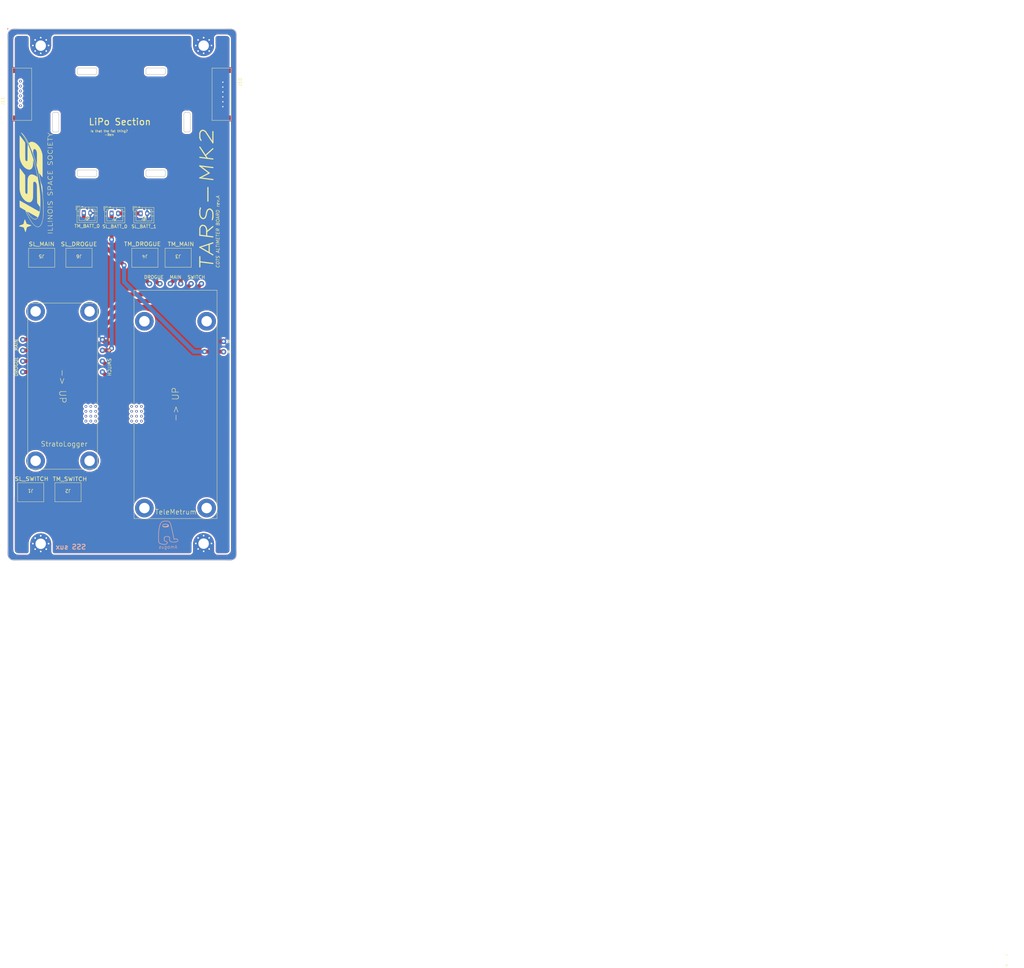
<source format=kicad_pcb>
(kicad_pcb (version 20171130) (host pcbnew 5.1.9-73d0e3b20d~88~ubuntu20.04.1)
  (layers (0 F.Cu signal) (31 B.Cu signal) (34 B.Paste user) (35 F.Paste user) (36 B.SilkS user) (37 F.SilkS user) (38 B.Mask user) (39 F.Mask user) (44 Edge.Cuts user))
  (net 0 "")
  (net 1 SL_POWER_NEGATIVE)
  (net 2 SL_POWER_POSITIVE)
  (net 3 "Net-(A1-Pad2)")
  (net 4 "Net-(A1-Pad1)")
  (net 5 "Net-(A1-Pad8)")
  (net 6 "Net-(A1-Pad7)")
  (net 7 "Net-(A1-Pad6)")
  (net 8 "Net-(A1-Pad5)")
  (net 9 TM_POWER_POSITIVE)
  (net 10 "Net-(A2-Pad8)")
  (net 11 "Net-(A2-Pad7)")
  (net 12 "Net-(A2-Pad6)")
  (net 13 "Net-(A2-Pad5)")
  (net 14 "Net-(A2-Pad4)")
  (net 15 "Net-(A2-Pad3)")
  (net 16 "Net-(J1-Pad4)")
  (net 17 "Net-(J1-Pad3)")
  (net 18 "Net-(J2-Pad4)")
  (net 19 "Net-(J2-Pad3)")
  (net 20 "Net-(J3-Pad4)")
  (net 21 "Net-(J3-Pad3)")
  (net 22 "Net-(J4-Pad4)")
  (net 23 "Net-(J4-Pad3)")
  (net 24 "Net-(J5-Pad4)")
  (net 25 "Net-(J5-Pad3)")
  (net 26 "Net-(J6-Pad4)")
  (net 27 "Net-(J6-Pad3)")
  (net 28 "Net-(J7-Pad2)")
  (net 29 "Net-(J10-Pad5)")
  (net 30 "Net-(J10-Pad4)")
  (net 31 "Net-(J10-Pad3)")
  (net 32 "Net-(J10-PadP2)")
  (net 33 "Net-(J10-PadP1)")
  (net 34 "Net-(J10-Pad2)")
  (net 35 "Net-(J11-PadP2)")
  (net 36 "Net-(J11-PadP1)")
  (module karnap:Amogus (layer B.Cu) (at 213.39 193.04 180)
    (fp_text reference G*** hide)
    (fp_text value LOGO hide)
  )
  (module ISS_LOGO:ISS_LOGOV2_smaller (layer F.Cu) (at 171.93 85.48 90)
    (fp_text reference G*** hide)
    (fp_text value LOGO hide)
  )
  (module "" (layer F.Cu) (at 232.25 137.5)
    (fp_text reference "" (at 242.78 186) (layer F.SilkS) (effects (font (size 1.27 1.27))))
    (fp_text value "" (at 242.78 186) (layer F.SilkS) (effects (font (size 1.27 1.27))))
    (fp_text user - (at 237.666 184.6511 -180) (layer F.SilkS))
    (fp_text user + (at 237.666 187.8261 -180) (layer F.SilkS))
  )
  (module COTS_Altimeters:TeleMetrum (layer F.Cu) (at 215.646 153.797 270)
    (fp_text reference A2)
    (fp_text value TeleMetrum (at 32.925 -0.0508 180) (layer F.SilkS) (effects (font (size 1.5 1.5))))
    (fp_text user "-> UP" (at 0 0 90) (layer F.SilkS) (effects (font (size 2 2))))
    (fp_text user - (at -19.2759 -16.24 90) (layer F.SilkS) (effects (font (thickness 0.25))))
    (fp_text user + (at -16.1009 -16.24 90) (layer F.SilkS) (effects (font (thickness 0.25))))
    (fp_text user DROGUE (at -38.931 6.622 180) (layer F.SilkS))
    (fp_text user MAIN (at -38.925 0 180) (layer F.SilkS))
    (fp_text user SWITCH (at -38.925 -6.35 180) (layer F.SilkS))
    (pad ~ thru_hole circle (at 31.7246 9.525 270) (size 3.6 3.6) (drill 3.2) (layers *.Cu *.Mask))
    (pad ~ connect circle (at 31.7246 9.525 270) (size 5.7 5.7) (layers F.Cu F.Mask))
    (pad ~ connect circle (at 31.7246 9.525 270) (size 5.7 5.7) (layers B.Cu B.Mask))
    (pad ~ thru_hole circle (at 31.7246 -9.525 270) (size 3.6 3.6) (drill 3.2) (layers *.Cu *.Mask))
    (pad ~ connect circle (at 31.7246 -9.525 270) (size 5.7 5.7) (layers F.Cu F.Mask))
    (pad ~ connect circle (at 31.7246 -9.525 270) (size 5.7 5.7) (layers B.Cu B.Mask))
    (pad ~ connect circle (at -25.4254 9.525 270) (size 5.7 5.7) (layers B.Cu B.Mask))
    (pad ~ thru_hole circle (at -25.4254 9.525 270) (size 3.6 3.6) (drill 3.2) (layers *.Cu *.Mask))
    (pad ~ connect circle (at -25.4254 9.525 270) (size 5.7 5.7) (layers F.Cu F.Mask))
    (pad ~ connect circle (at -25.4254 -9.525 270) (size 5.7 5.7) (layers B.Cu B.Mask))
    (pad ~ thru_hole circle (at -25.4254 -9.525 270) (size 3.6 3.6) (drill 3.2) (layers *.Cu *.Mask))
    (pad ~ connect circle (at -25.4254 -9.525 270) (size 5.7 5.7) (layers F.Cu F.Mask))
    (pad 2 thru_hole circle (at -19.2659 -14.7 270) (size 1.66 1.66) (drill 0.762) (layers *.Cu *.Mask) (net 1 SL_POWER_NEGATIVE))
    (pad 1 thru_hole circle (at -16.0909 -14.7 270) (size 1.66 1.66) (drill 0.762) (layers *.Cu *.Mask) (net 9 TM_POWER_POSITIVE))
    (pad 8 thru_hole circle (at -36.925 7.9375 270) (size 1.66 1.66) (drill 0.762) (layers *.Cu *.Mask) (net 10 "Net-(A2-Pad8)"))
    (pad 7 thru_hole circle (at -36.925 4.7625 270) (size 1.66 1.66) (drill 0.762) (layers *.Cu *.Mask) (net 11 "Net-(A2-Pad7)"))
    (pad 6 thru_hole circle (at -36.925 1.5875 270) (size 1.66 1.66) (drill 0.762) (layers *.Cu *.Mask) (net 12 "Net-(A2-Pad6)"))
    (pad 5 thru_hole circle (at -36.925 -1.5875 270) (size 1.66 1.66) (drill 0.762) (layers *.Cu *.Mask) (net 13 "Net-(A2-Pad5)"))
    (pad 4 thru_hole circle (at -36.925 -4.7625 270) (size 1.66 1.66) (drill 0.762) (layers *.Cu *.Mask) (net 14 "Net-(A2-Pad4)"))
    (pad 3 thru_hole circle (at -36.925 -7.9375 270) (size 1.66 1.66) (drill 0.762) (layers *.Cu *.Mask) (net 15 "Net-(A2-Pad3)"))
  )
  (module "Molex 6 Circuit 2:505578-0671" (layer F.Cu) (at 165.82 58.92 90)
    (fp_text reference J11 (at -2.098 -3.024 90) (layer F.SilkS))
    (fp_text value 505578-0671)
    (pad 6 smd rect (at 5 6.3 90) (size 1 3) (layers F.Cu F.Paste F.Mask) (net 1 SL_POWER_NEGATIVE))
    (pad 5 smd rect (at 3 6.3 90) (size 1 3) (layers F.Cu F.Paste F.Mask) (net 34 "Net-(J10-Pad2)"))
    (pad 4 smd rect (at 1 6.3 90) (size 1 3) (layers F.Cu F.Paste F.Mask) (net 31 "Net-(J10-Pad3)"))
    (pad 3 smd rect (at -1 6.3 90) (size 1 3) (layers F.Cu F.Paste F.Mask) (net 30 "Net-(J10-Pad4)"))
    (pad P2 smd rect (at 7.4 2 90) (size 1.8 4) (layers F.Cu F.Paste F.Mask) (net 35 "Net-(J11-PadP2)"))
    (pad P1 smd rect (at -7.4 2 90) (size 1.8 4) (layers F.Cu F.Paste F.Mask) (net 36 "Net-(J11-PadP1)"))
    (pad 2 smd rect (at -3 6.3 90) (size 1 3) (layers F.Cu F.Paste F.Mask) (net 29 "Net-(J10-Pad5)"))
    (pad 1 smd rect (at -5 6.3 90) (size 1 3) (layers F.Cu F.Paste F.Mask) (net 1 SL_POWER_NEGATIVE))
  )
  (module "Molex 6 Circuit 2:505578-0671" (layer F.Cu) (at 232.62 58.92 270)
    (fp_text reference J10 (at -3.744 -2.82 90) (layer F.SilkS))
    (fp_text value 505578-0671)
    (pad 6 smd rect (at 5 6.3 270) (size 1 3) (layers F.Cu F.Paste F.Mask) (net 1 SL_POWER_NEGATIVE))
    (pad 5 smd rect (at 3 6.3 270) (size 1 3) (layers F.Cu F.Paste F.Mask) (net 29 "Net-(J10-Pad5)"))
    (pad 4 smd rect (at 1 6.3 270) (size 1 3) (layers F.Cu F.Paste F.Mask) (net 30 "Net-(J10-Pad4)"))
    (pad 3 smd rect (at -1 6.3 270) (size 1 3) (layers F.Cu F.Paste F.Mask) (net 31 "Net-(J10-Pad3)"))
    (pad P2 smd rect (at 7.4 2 270) (size 1.8 4) (layers F.Cu F.Paste F.Mask) (net 32 "Net-(J10-PadP2)"))
    (pad P1 smd rect (at -7.4 2 270) (size 1.8 4) (layers F.Cu F.Paste F.Mask) (net 33 "Net-(J10-PadP1)"))
    (pad 2 smd rect (at -3 6.3 270) (size 1 3) (layers F.Cu F.Paste F.Mask) (net 34 "Net-(J10-Pad2)"))
    (pad 1 smd rect (at -5 6.3 270) (size 1 3) (layers F.Cu F.Paste F.Mask) (net 1 SL_POWER_NEGATIVE))
  )
  (module 505575-0271:505575-0271 (layer F.Cu) (at 171.323 177.8)
    (fp_text reference J1 (at 0 2.46 180 unlocked) (layer F.SilkS))
    (fp_text value SL_SWITCH (at 0.297 -1.2 unlocked) (layer F.SilkS) (effects (font (size 1.2 1.3) (thickness 0.18))))
    (pad 4 smd rect (at 3.4 2) (size 1.8 4) (layers F.Cu F.Paste F.Mask) (net 16 "Net-(J1-Pad4)"))
    (pad 3 smd rect (at -3.4 2) (size 1.8 4) (layers F.Cu F.Paste F.Mask) (net 17 "Net-(J1-Pad3)"))
    (pad 2 smd rect (at 1 6.3) (size 1 3) (layers F.Cu F.Paste F.Mask) (net 4 "Net-(A1-Pad1)"))
    (pad 1 smd rect (at -1 6.3) (size 1 3) (layers F.Cu F.Paste F.Mask) (net 3 "Net-(A1-Pad2)"))
  )
  (module 505575-0271:505575-0271 (layer F.Cu) (at 182.753 177.8)
    (fp_text reference J2 (at 0 2.46 180 unlocked) (layer F.SilkS))
    (fp_text value TM_SWITCH (at 0.567 -1.15 unlocked) (layer F.SilkS) (effects (font (size 1.2 1.3) (thickness 0.18))))
    (pad 4 smd rect (at 3.4 2) (size 1.8 4) (layers F.Cu F.Paste F.Mask) (net 18 "Net-(J2-Pad4)"))
    (pad 3 smd rect (at -3.4 2) (size 1.8 4) (layers F.Cu F.Paste F.Mask) (net 19 "Net-(J2-Pad3)"))
    (pad 2 smd rect (at 1 6.3) (size 1 3) (layers F.Cu F.Paste F.Mask) (net 15 "Net-(A2-Pad3)"))
    (pad 1 smd rect (at -1 6.3) (size 1 3) (layers F.Cu F.Paste F.Mask) (net 14 "Net-(A2-Pad4)"))
  )
  (module 505575-0271:505575-0271 (layer F.Cu) (at 206.282 106.052)
    (fp_text reference J4 (at 0 2.46 180 unlocked) (layer F.SilkS))
    (fp_text value TM_DROGUE (at -0.752 -1.302 unlocked) (layer F.SilkS) (effects (font (size 1.2 1.3) (thickness 0.18))))
    (pad 4 smd rect (at 3.4 2) (size 1.8 4) (layers F.Cu F.Paste F.Mask) (net 22 "Net-(J4-Pad4)"))
    (pad 3 smd rect (at -3.4 2) (size 1.8 4) (layers F.Cu F.Paste F.Mask) (net 23 "Net-(J4-Pad3)"))
    (pad 2 smd rect (at 1 6.3) (size 1 3) (layers F.Cu F.Paste F.Mask) (net 11 "Net-(A2-Pad7)"))
    (pad 1 smd rect (at -1 6.3) (size 1 3) (layers F.Cu F.Paste F.Mask) (net 10 "Net-(A2-Pad8)"))
  )
  (module 505575-0271:505575-0271 (layer F.Cu) (at 186.112 106.052)
    (fp_text reference J6 (at 0 2.46 180 unlocked) (layer F.SilkS))
    (fp_text value SL_DROGUE (at 0 -1.27 unlocked) (layer F.SilkS) (effects (font (size 1.2 1.3) (thickness 0.18))))
    (pad 4 smd rect (at 3.4 2) (size 1.8 4) (layers F.Cu F.Paste F.Mask) (net 26 "Net-(J6-Pad4)"))
    (pad 3 smd rect (at -3.4 2) (size 1.8 4) (layers F.Cu F.Paste F.Mask) (net 27 "Net-(J6-Pad3)"))
    (pad 2 smd rect (at 1 6.3) (size 1 3) (layers F.Cu F.Paste F.Mask) (net 8 "Net-(A1-Pad5)"))
    (pad 1 smd rect (at -1 6.3) (size 1 3) (layers F.Cu F.Paste F.Mask) (net 7 "Net-(A1-Pad6)"))
  )
  (module 505575-0271:505575-0271 (layer F.Cu) (at 216.442 106.052)
    (fp_text reference J3 (at 0 2.46 180 unlocked) (layer F.SilkS))
    (fp_text value TM_MAIN (at 0.848 -1.272 unlocked) (layer F.SilkS) (effects (font (size 1.2 1.3) (thickness 0.18))))
    (pad 1 smd rect (at -1 6.3) (size 1 3) (layers F.Cu F.Paste F.Mask) (net 12 "Net-(A2-Pad6)"))
    (pad 2 smd rect (at 1 6.3) (size 1 3) (layers F.Cu F.Paste F.Mask) (net 13 "Net-(A2-Pad5)"))
    (pad 3 smd rect (at -3.4 2) (size 1.8 4) (layers F.Cu F.Paste F.Mask) (net 21 "Net-(J3-Pad3)"))
    (pad 4 smd rect (at 3.4 2) (size 1.8 4) (layers F.Cu F.Paste F.Mask) (net 20 "Net-(J3-Pad4)"))
  )
  (module 505575-0271:505575-0271 (layer F.Cu) (at 174.682 106.052)
    (fp_text reference J5 (at 0 2.46 180 unlocked) (layer F.SilkS))
    (fp_text value SL_MAIN (at 0 -1.27 unlocked) (layer F.SilkS) (effects (font (size 1.2 1.3) (thickness 0.18))))
    (pad 4 smd rect (at 3.4 2) (size 1.8 4) (layers F.Cu F.Paste F.Mask) (net 24 "Net-(J5-Pad4)"))
    (pad 3 smd rect (at -3.4 2) (size 1.8 4) (layers F.Cu F.Paste F.Mask) (net 25 "Net-(J5-Pad3)"))
    (pad 2 smd rect (at 1 6.3) (size 1 3) (layers F.Cu F.Paste F.Mask) (net 6 "Net-(A1-Pad7)"))
    (pad 1 smd rect (at -1 6.3) (size 1 3) (layers F.Cu F.Paste F.Mask) (net 5 "Net-(A1-Pad8)"))
  )
  (module COTS_Altimeters:StratoLogger (layer F.Cu) (at 181.102 148.209 90)
    (fp_text reference A1 hide)
    (fp_text value StratoLogger (at -17.711 0.49 unlocked) (layer F.SilkS) (effects (font (size 1.5 1.5))))
    (fp_text user "-> UP" (at 0 0 -90 unlocked) (layer F.SilkS) (effects (font (size 2 2))))
    (fp_text user - (at 14.224 14.188 90) (layer F.SilkS) (effects (font (thickness 0.25))))
    (fp_text user + (at 10.922 14.188 90) (layer F.SilkS) (effects (font (thickness 0.25))))
    (fp_text user SWITCH (at 5.819 14.258 -90 unlocked) (layer F.SilkS))
    (fp_text user MAIN (at 12.573 -14.188 90) (layer F.SilkS))
    (fp_text user DROGUE (at 5.969 -14.188 90) (layer F.SilkS))
    (pad ~ thru_hole circle (at 22.86 8.255 90) (size 3.6 3.6) (drill 3.2) (layers *.Cu *.Mask))
    (pad ~ connect circle (at 22.86 8.255 90) (size 5.7 5.7) (layers F.Cu F.Mask))
    (pad ~ connect circle (at 22.86 8.255 90) (size 5.7 5.7) (layers B.Cu B.Mask))
    (pad ~ thru_hole circle (at 22.86 -8.255 90) (size 3.6 3.6) (drill 3.2) (layers *.Cu *.Mask))
    (pad ~ connect circle (at 22.86 -8.255 90) (size 5.7 5.7) (layers F.Cu F.Mask))
    (pad ~ connect circle (at 22.86 -8.255 90) (size 5.7 5.7) (layers B.Cu B.Mask))
    (pad ~ thru_hole circle (at -22.86 8.255 90) (size 3.6 3.6) (drill 3.2) (layers *.Cu *.Mask))
    (pad ~ connect circle (at -22.86 8.255 90) (size 5.7 5.7) (layers F.Cu F.Mask))
    (pad ~ connect circle (at -22.86 8.255 90) (size 5.7 5.7) (layers B.Cu B.Mask))
    (pad ~ thru_hole circle (at -22.86 -8.255 90) (size 3.6 3.6) (drill 3.2) (layers *.Cu *.Mask))
    (pad ~ connect circle (at -22.86 -8.255 90) (size 5.7 5.7) (layers F.Cu F.Mask))
    (pad ~ connect circle (at -22.86 -8.255 90) (size 5.7 5.7) (layers B.Cu B.Mask))
    (pad 4 thru_hole circle (at 14.224 12.188 90) (size 1.66 1.66) (drill 0.762) (layers *.Cu *.Mask) (net 1 SL_POWER_NEGATIVE))
    (pad 3 thru_hole circle (at 10.922 12.188 90) (size 1.66 1.66) (drill 0.762) (layers *.Cu *.Mask) (net 2 SL_POWER_POSITIVE))
    (pad 2 thru_hole circle (at 7.62 12.188 90) (size 1.66 1.66) (drill 0.762) (layers *.Cu *.Mask) (net 3 "Net-(A1-Pad2)"))
    (pad 1 thru_hole circle (at 4.318 12.188 90) (size 1.66 1.66) (drill 0.762) (layers *.Cu *.Mask) (net 4 "Net-(A1-Pad1)"))
    (pad 8 thru_hole circle (at 14.224 -12.188 90) (size 1.66 1.66) (drill 0.762) (layers *.Cu *.Mask) (net 5 "Net-(A1-Pad8)"))
    (pad 7 thru_hole circle (at 10.922 -12.188 90) (size 1.66 1.66) (drill 0.762) (layers *.Cu *.Mask) (net 6 "Net-(A1-Pad7)"))
    (pad 6 thru_hole circle (at 7.62 -12.188 90) (size 1.66 1.66) (drill 0.762) (layers *.Cu *.Mask) (net 7 "Net-(A1-Pad6)"))
    (pad 5 thru_hole circle (at 4.318 -12.188 90) (size 1.66 1.66) (drill 0.762) (layers *.Cu *.Mask) (net 8 "Net-(A1-Pad5)"))
  )
  (module MountingHole:MountingHole_3.2mm_M3_Pad_Via (layer F.Cu) (at 224.25 196.3492)
    (fp_text reference REF** hide)
    (fp_text value MountingHole_3.2mm_M3_Pad_Via hide)
    (pad "" thru_hole circle (at 0 0.0508) (size 6.4 6.4) (drill 3.2) (layers *.Cu *.Mask))
    (pad 1 thru_hole circle (at 2.4 0) (size 0.8 0.8) (drill 0.5) (layers *.Cu *.Mask))
    (pad 1 thru_hole circle (at 1.697056 1.697056) (size 0.8 0.8) (drill 0.5) (layers *.Cu *.Mask))
    (pad 1 thru_hole circle (at 0 2.4) (size 0.8 0.8) (drill 0.5) (layers *.Cu *.Mask))
    (pad 1 thru_hole circle (at -1.697056 1.697056) (size 0.8 0.8) (drill 0.5) (layers *.Cu *.Mask))
    (pad 1 thru_hole circle (at -2.4 0) (size 0.8 0.8) (drill 0.5) (layers *.Cu *.Mask))
    (pad 1 thru_hole circle (at -1.697056 -1.697056) (size 0.8 0.8) (drill 0.5) (layers *.Cu *.Mask))
    (pad 1 thru_hole circle (at 0 -2.4) (size 0.8 0.8) (drill 0.5) (layers *.Cu *.Mask))
    (pad 1 thru_hole circle (at 1.697056 -1.697056) (size 0.8 0.8) (drill 0.5) (layers *.Cu *.Mask))
  )
  (module MountingHole:MountingHole_3.2mm_M3_Pad_Via (layer F.Cu) (at 174.4 196.4)
    (fp_text reference REF** hide)
    (fp_text value MountingHole_3.2mm_M3_Pad_Via hide)
    (pad "" thru_hole circle (at 0 0.0508) (size 6.4 6.4) (drill 3.2) (layers *.Cu *.Mask))
    (pad 1 thru_hole circle (at 2.4 0) (size 0.8 0.8) (drill 0.5) (layers *.Cu *.Mask))
    (pad 1 thru_hole circle (at 1.697056 1.697056) (size 0.8 0.8) (drill 0.5) (layers *.Cu *.Mask))
    (pad 1 thru_hole circle (at 0 2.4) (size 0.8 0.8) (drill 0.5) (layers *.Cu *.Mask))
    (pad 1 thru_hole circle (at -1.697056 1.697056) (size 0.8 0.8) (drill 0.5) (layers *.Cu *.Mask))
    (pad 1 thru_hole circle (at -2.4 0) (size 0.8 0.8) (drill 0.5) (layers *.Cu *.Mask))
    (pad 1 thru_hole circle (at -1.697056 -1.697056) (size 0.8 0.8) (drill 0.5) (layers *.Cu *.Mask))
    (pad 1 thru_hole circle (at 0 -2.4) (size 0.8 0.8) (drill 0.5) (layers *.Cu *.Mask))
    (pad 1 thru_hole circle (at 1.697056 -1.697056) (size 0.8 0.8) (drill 0.5) (layers *.Cu *.Mask))
  )
  (module MountingHole:MountingHole_3.2mm_M3_Pad_Via (layer F.Cu) (at 174.4 44)
    (fp_text reference REF** hide)
    (fp_text value MountingHole_3.2mm_M3_Pad_Via hide)
    (pad "" thru_hole circle (at 0 0.0508) (size 6.4 6.4) (drill 3.2) (layers *.Cu *.Mask))
    (pad 1 thru_hole circle (at 2.4 0) (size 0.8 0.8) (drill 0.5) (layers *.Cu *.Mask))
    (pad 1 thru_hole circle (at 1.697056 1.697056) (size 0.8 0.8) (drill 0.5) (layers *.Cu *.Mask))
    (pad 1 thru_hole circle (at 0 2.4) (size 0.8 0.8) (drill 0.5) (layers *.Cu *.Mask))
    (pad 1 thru_hole circle (at -1.697056 1.697056) (size 0.8 0.8) (drill 0.5) (layers *.Cu *.Mask))
    (pad 1 thru_hole circle (at -2.4 0) (size 0.8 0.8) (drill 0.5) (layers *.Cu *.Mask))
    (pad 1 thru_hole circle (at -1.697056 -1.697056) (size 0.8 0.8) (drill 0.5) (layers *.Cu *.Mask))
    (pad 1 thru_hole circle (at 0 -2.4) (size 0.8 0.8) (drill 0.5) (layers *.Cu *.Mask))
    (pad 1 thru_hole circle (at 1.697056 -1.697056) (size 0.8 0.8) (drill 0.5) (layers *.Cu *.Mask))
  )
  (module MountingHole:MountingHole_3.2mm_M3_Pad_Via (layer F.Cu) (at 224.25 44)
    (fp_text reference REF** hide)
    (fp_text value MountingHole_3.2mm_M3_Pad_Via hide)
    (pad "" thru_hole circle (at 0 0.0508) (size 6.4 6.4) (drill 3.2) (layers *.Cu *.Mask))
    (pad 1 thru_hole circle (at 2.4 0) (size 0.8 0.8) (drill 0.5) (layers *.Cu *.Mask))
    (pad 1 thru_hole circle (at 1.697056 1.697056) (size 0.8 0.8) (drill 0.5) (layers *.Cu *.Mask))
    (pad 1 thru_hole circle (at 0 2.4) (size 0.8 0.8) (drill 0.5) (layers *.Cu *.Mask))
    (pad 1 thru_hole circle (at -1.697056 1.697056) (size 0.8 0.8) (drill 0.5) (layers *.Cu *.Mask))
    (pad 1 thru_hole circle (at -2.4 0) (size 0.8 0.8) (drill 0.5) (layers *.Cu *.Mask))
    (pad 1 thru_hole circle (at -1.697056 -1.697056) (size 0.8 0.8) (drill 0.5) (layers *.Cu *.Mask))
    (pad 1 thru_hole circle (at 0 -2.4) (size 0.8 0.8) (drill 0.5) (layers *.Cu *.Mask))
    (pad 1 thru_hole circle (at 1.697056 -1.697056) (size 0.8 0.8) (drill 0.5) (layers *.Cu *.Mask))
  )
  (module Connector_JST:JST_PH_B2B-PH-K_1x02_P2.00mm_Vertical (layer F.Cu) (at 187.579 95.25)
    (fp_text reference J9)
    (fp_text value TM_BATT_0 (at 1 4) (layer F.SilkS))
    (fp_text user %R (at 1 1.5) (layer F.SilkS))
    (pad 2 thru_hole oval (at 2 0) (size 1.2 1.75) (drill 0.75) (layers *.Cu *.Mask) (net 1 SL_POWER_NEGATIVE))
    (pad 1 thru_hole roundrect (at 0 0) (size 1.2 1.75) (drill 0.75) (layers *.Cu *.Mask) (roundrect_rratio 0.2083325) (net 9 TM_POWER_POSITIVE))
  )
  (module Connector_JST:JST_PH_B2B-PH-K_1x02_P2.00mm_Vertical (layer F.Cu) (at 204.978 95.377)
    (fp_text reference J8)
    (fp_text value SL_BATT_1 (at 1 4) (layer F.SilkS))
    (fp_text user %R (at 1 1.5) (layer F.SilkS))
    (pad 2 thru_hole oval (at 2 0) (size 1.2 1.75) (drill 0.75) (layers *.Cu *.Mask) (net 1 SL_POWER_NEGATIVE))
    (pad 1 thru_hole roundrect (at 0 0) (size 1.2 1.75) (drill 0.75) (layers *.Cu *.Mask) (roundrect_rratio 0.2083325) (net 28 "Net-(J7-Pad2)"))
  )
  (module Connector_JST:JST_PH_B2B-PH-K_1x02_P2.00mm_Vertical (layer F.Cu) (at 196.088 95.377)
    (fp_text reference J7)
    (fp_text value SL_BATT_0 (at 1 4) (layer F.SilkS))
    (fp_text user %R (at 1 1.5) (layer F.SilkS))
    (pad 2 thru_hole oval (at 2 0) (size 1.2 1.75) (drill 0.75) (layers *.Cu *.Mask) (net 28 "Net-(J7-Pad2)"))
    (pad 1 thru_hole roundrect (at 0 0) (size 1.2 1.75) (drill 0.75) (layers *.Cu *.Mask) (roundrect_rratio 0.2083325) (net 2 SL_POWER_POSITIVE))
  )
  (gr_text Amogus (at 213.35 197.44) (layer B.SilkS) (effects (font (size 1 1) (thickness 0.1)) (justify mirror)))
  (gr_text "SSS sux" (at 183.624 197.416) (layer B.SilkS) (effects (font (size 1.5 1.5) (thickness 0.3)) (justify mirror)))
  (gr_text "Is that the fat thing?\n-Ben" (at 195.34 70.75) (layer F.SilkS) (effects (font (size 0.7 0.7) (thickness 0.12))))
  (gr_text "LiPo Section" (at 198.61 67.368) (layer F.SilkS) (effects (font (size 2 2) (thickness 0.3))))
  (gr_text TARS-MK2 (at 225.25 91.01 90) (layer F.SilkS) (effects (font (size 4 5.5) (thickness 0.35) italic)))
  (gr_text "COTS ALTIMETER BOARD rev.A" (at 228.6 101 90) (layer F.SilkS) (effects (font (size 1 1) (thickness 0.13) italic)))
  (gr_text "ILLINOIS SPACE SOCIETY" (at 177.34 86.19 90) (layer F.SilkS) (effects (font (size 1.4 1.7) (thickness 0.14))))
  (gr_line (start 179.95975 69.98) (end 179.95975 64.98) (layer Edge.Cuts) (width 0.2))
  (gr_arc (start 178.45975 69.98) (end 177.95975 69.98) (angle -90) (layer Edge.Cuts) (width 0.2))
  (gr_line (start 177.95975 64.98) (end 177.95975 69.98) (layer Edge.Cuts) (width 0.2))
  (gr_line (start 191.57 83.58) (end 191.57 82.58) (layer Edge.Cuts) (width 0.2))
  (gr_line (start 206.57 82.58) (end 206.57 83.58) (layer Edge.Cuts) (width 0.2))
  (gr_line (start 206.57 52.38) (end 206.57 51.38) (layer Edge.Cuts) (width 0.2))
  (gr_line (start 185.57 52.38) (end 185.57 51.38) (layer Edge.Cuts) (width 0.2))
  (gr_line (start 212.57 83.58) (end 212.57 82.58) (layer Edge.Cuts) (width 0.2))
  (gr_arc (start 207.07 82.58) (end 207.07 82.08) (angle -90) (layer Edge.Cuts) (width 0.2))
  (gr_line (start 179.45975 64.48) (end 178.45975 64.48) (layer Edge.Cuts) (width 0.2))
  (gr_line (start 178.45975 70.48) (end 179.45975 70.48) (layer Edge.Cuts) (width 0.2))
  (gr_line (start 186.07 84.08) (end 191.07 84.08) (layer Edge.Cuts) (width 0.2))
  (gr_line (start 191.57 51.38) (end 191.57 52.38) (layer Edge.Cuts) (width 0.2))
  (gr_line (start 212.07 82.08) (end 207.07 82.08) (layer Edge.Cuts) (width 0.2))
  (gr_arc (start 178.45975 64.98) (end 178.45975 64.48) (angle -90) (layer Edge.Cuts) (width 0.2))
  (gr_line (start 207.07 50.88) (end 212.07 50.88) (layer Edge.Cuts) (width 0.2))
  (gr_arc (start 191.07 51.38) (end 191.57 51.38) (angle -90) (layer Edge.Cuts) (width 0.2))
  (gr_line (start 218.18025 64.98) (end 218.18025 69.98) (layer Edge.Cuts) (width 0.2))
  (gr_arc (start 212.07 51.38) (end 212.57 51.38) (angle -90) (layer Edge.Cuts) (width 0.2))
  (gr_line (start 185.57 82.58) (end 185.57 83.58) (layer Edge.Cuts) (width 0.2))
  (gr_line (start 186.07 50.88) (end 191.07 50.88) (layer Edge.Cuts) (width 0.2))
  (gr_line (start 207.07 84.08) (end 212.07 84.08) (layer Edge.Cuts) (width 0.2))
  (gr_line (start 212.07 52.88) (end 207.07 52.88) (layer Edge.Cuts) (width 0.2))
  (gr_line (start 191.07 82.08) (end 186.07 82.08) (layer Edge.Cuts) (width 0.2))
  (gr_line (start 219.68025 64.48) (end 218.68025 64.48) (layer Edge.Cuts) (width 0.2))
  (gr_line (start 212.57 51.38) (end 212.57 52.38) (layer Edge.Cuts) (width 0.2))
  (gr_line (start 220.18025 69.98) (end 220.18025 64.98) (layer Edge.Cuts) (width 0.2))
  (gr_arc (start 191.07 82.58) (end 191.57 82.58) (angle -90) (layer Edge.Cuts) (width 0.2))
  (gr_line (start 218.68025 70.48) (end 219.68025 70.48) (layer Edge.Cuts) (width 0.2))
  (gr_line (start 191.07 52.88) (end 186.07 52.88) (layer Edge.Cuts) (width 0.2))
  (gr_arc (start 186.07 82.58) (end 186.07 82.08) (angle -90) (layer Edge.Cuts) (width 0.2))
  (gr_arc (start 179.45975 64.98) (end 179.95975 64.98) (angle -90) (layer Edge.Cuts) (width 0.2))
  (gr_arc (start 219.68025 64.98) (end 220.18025 64.98) (angle -90) (layer Edge.Cuts) (width 0.2))
  (gr_arc (start 207.07 52.38) (end 206.57 52.38) (angle -90) (layer Edge.Cuts) (width 0.2))
  (gr_arc (start 212.07 82.58) (end 212.57 82.58) (angle -90) (layer Edge.Cuts) (width 0.2))
  (gr_arc (start 191.07 83.58) (end 191.07 84.08) (angle -90) (layer Edge.Cuts) (width 0.2))
  (gr_arc (start 218.68025 69.98) (end 218.18025 69.98) (angle -90) (layer Edge.Cuts) (width 0.2))
  (gr_arc (start 186.07 52.38) (end 185.57 52.38) (angle -90) (layer Edge.Cuts) (width 0.2))
  (gr_arc (start 207.07 51.38) (end 207.07 50.88) (angle -90) (layer Edge.Cuts) (width 0.2))
  (gr_arc (start 186.07 51.38) (end 186.07 50.88) (angle -90) (layer Edge.Cuts) (width 0.2))
  (gr_arc (start 191.07 52.38) (end 191.07 52.88) (angle -90) (layer Edge.Cuts) (width 0.2))
  (gr_arc (start 219.68025 69.98) (end 219.68025 70.48) (angle -90) (layer Edge.Cuts) (width 0.2))
  (gr_arc (start 212.07 52.38) (end 212.07 52.88) (angle -90) (layer Edge.Cuts) (width 0.2))
  (gr_arc (start 218.68025 64.98) (end 218.68025 64.48) (angle -90) (layer Edge.Cuts) (width 0.2))
  (gr_arc (start 207.07 83.58) (end 206.57 83.58) (angle -90) (layer Edge.Cuts) (width 0.2))
  (gr_arc (start 186.07 83.58) (end 185.57 83.58) (angle -90) (layer Edge.Cuts) (width 0.2))
  (gr_arc (start 212.07 83.58) (end 212.07 84.08) (angle -90) (layer Edge.Cuts) (width 0.2))
  (gr_arc (start 179.45975 69.98) (end 179.45975 70.48) (angle -90) (layer Edge.Cuts) (width 0.2))
  (gr_line (start 234.25 40.6) (end 234.25 199.8) (layer Edge.Cuts) (width 0.15))
  (gr_arc (start 166 40.6) (end 166 39) (angle -90) (layer Edge.Cuts) (width 0.15))
  (gr_line (start 232.65 201.4) (end 166 201.4) (layer Edge.Cuts) (width 0.15))
  (gr_line (start 166 39) (end 232.65 39) (layer Edge.Cuts) (width 0.15))
  (gr_arc (start 232.65 199.8) (end 232.65 201.400001) (angle -90) (layer Edge.Cuts) (width 0.15))
  (gr_arc (start 166 199.8) (end 164.4 199.8) (angle -90) (layer Edge.Cuts) (width 0.15))
  (gr_line (start 164.4 199.8) (end 164.4 40.6) (layer Edge.Cuts) (width 0.15))
  (gr_arc (start 232.65 40.6) (end 234.25 40.6) (angle -90) (layer Edge.Cuts) (width 0.15))
  (gr_poly (pts (xy 165.9 199.8) (xy 164.4 199.8) (xy 164.4 40.6) (xy 165.9 40.6)) (layer F.Cu) (width 0.15))
  (gr_poly (pts (xy 232.7 40.5) (xy 166 40.5) (xy 166 39) (xy 232.7 39)) (layer F.Cu) (width 0.15))
  (gr_arc (start 166 40.6) (end 166 39) (angle -90) (layer F.Cu) (width 0.15))
  (gr_arc (start 167.5 42.1) (end 167.5 40.5) (angle -90) (layer F.Cu) (width 0.15))
  (gr_poly (pts (xy 167.4 40.5) (xy 166.9 40.6) (xy 166.5 40.8) (xy 166.2 41.1) (xy 166 41.5) (xy 165.9 42.1) (xy 164.4 42.1) (xy 164.4 40.6) (xy 164.5 40.2) (xy 164.7 39.8) (xy 165 39.4) (xy 165.6 39.1) (xy 166 39) (xy 167.4 39)) (layer F.Cu) (width 0.15))
  (gr_arc (start 232.65 40.6) (end 232.65 39) (angle 90) (layer F.Cu) (width 0.15))
  (gr_arc (start 231.15 42.1) (end 231.15 40.5) (angle 90) (layer F.Cu) (width 0.15))
  (gr_poly (pts (xy 231.25 40.5) (xy 231.75 40.6) (xy 232.15 40.8) (xy 232.45 41.1) (xy 232.65 41.5) (xy 232.75 42.1) (xy 234.25 42.1) (xy 234.25 40.6) (xy 234.15 40.2) (xy 233.95 39.8) (xy 233.65 39.4) (xy 233.05 39.1) (xy 232.65 39) (xy 231.25 39)) (layer F.Cu) (width 0.1))
  (gr_poly (pts (xy 234.2224 199.8) (xy 232.7224 199.8) (xy 232.75 40.6) (xy 234.25 40.6)) (layer F.Cu) (width 0.15))
  (gr_arc (start 166 199.8) (end 164.4 199.8) (angle -90) (layer F.Cu) (width 0.15))
  (gr_arc (start 167.5 198.3) (end 165.9 198.3) (angle -90) (layer F.Cu) (width 0.15))
  (gr_poly (pts (xy 165.9 198.4) (xy 166 198.9) (xy 166.2 199.3) (xy 166.5 199.6) (xy 166.9 199.8) (xy 167.5 199.9) (xy 167.5 201.4) (xy 166 201.4) (xy 165.6 201.3) (xy 165.2 201.1) (xy 164.8 200.8) (xy 164.5 200.2) (xy 164.4 199.8) (xy 164.4 198.4)) (layer F.Cu) (width 0.15))
  (gr_poly (pts (xy 232.7 201.4) (xy 167.5 201.4) (xy 167.5 199.9) (xy 232.7 199.9)) (layer F.Cu) (width 0.15))
  (gr_arc (start 232.65 199.8) (end 232.65 201.4) (angle -90) (layer F.Cu) (width 0.15))
  (gr_poly (pts (xy 231.25 199.9) (xy 231.75 199.8) (xy 232.15 199.6) (xy 232.45 199.3) (xy 232.65 198.9) (xy 232.75 198.3) (xy 234.25 198.3) (xy 234.25 199.8) (xy 234.15 200.2) (xy 233.95 200.6) (xy 233.65 201) (xy 233.05 201.3) (xy 232.65 201.4) (xy 231.25 201.4)) (layer F.Cu) (width 0.15))
  (gr_arc (start 231.15 198.3) (end 231.15 199.9) (angle -90) (layer F.Cu) (width 0.15))
  (gr_arc (start 166 199.8) (end 166 201.4) (angle 90) (layer B.Cu) (width 0.15))
  (gr_arc (start 167.5 198.3) (end 167.5 199.9) (angle 90) (layer B.Cu) (width 0.15))
  (gr_arc (start 231.15 42.1) (end 231.15 40.5) (angle 90) (layer B.Cu) (width 0.15))
  (gr_poly (pts (xy 234.2224 40.6) (xy 232.7224 40.6) (xy 232.75 199.8) (xy 234.25 199.8)) (layer B.Cu) (width 0.15))
  (gr_arc (start 166 40.6) (end 164.4 40.6) (angle 90) (layer B.Cu) (width 0.15))
  (gr_poly (pts (xy 231.25 40.5) (xy 231.75 40.6) (xy 232.15 40.8) (xy 232.45 41.1) (xy 232.65 41.5) (xy 232.75 42.1) (xy 234.25 42.1) (xy 234.25 40.6) (xy 234.15 40.2) (xy 233.95 39.8) (xy 233.65 39.4) (xy 233.05 39.1) (xy 232.65 39) (xy 231.25 39)) (layer B.Cu) (width 0.15))
  (gr_arc (start 232.65 40.6) (end 232.65 39) (angle 90) (layer B.Cu) (width 0.15))
  (gr_arc (start 231.15 198.3) (end 231.15 199.9) (angle -90) (layer B.Cu) (width 0.15))
  (gr_poly (pts (xy 165.9 40.6) (xy 164.4 40.6) (xy 164.4 199.8) (xy 165.9 199.8)) (layer B.Cu) (width 0.15))
  (gr_poly (pts (xy 167.4 199.9) (xy 166.9 199.8) (xy 166.5 199.6) (xy 166.2 199.3) (xy 166 198.9) (xy 165.9 198.3) (xy 164.4 198.3) (xy 164.4 199.8) (xy 164.5 200.2) (xy 164.7 200.6) (xy 165 201) (xy 165.6 201.3) (xy 166 201.4) (xy 167.4 201.4)) (layer B.Cu) (width 0.15))
  (gr_poly (pts (xy 231.25 199.9) (xy 231.75 199.8) (xy 232.15 199.6) (xy 232.45 199.3) (xy 232.65 198.9) (xy 232.75 198.3) (xy 234.25 198.3) (xy 234.25 199.8) (xy 234.15 200.2) (xy 233.95 200.6) (xy 233.65 201) (xy 233.05 201.3) (xy 232.65 201.4) (xy 231.25 201.4)) (layer B.Cu) (width 0.1))
  (gr_arc (start 232.65 199.8) (end 232.65 201.4) (angle -90) (layer B.Cu) (width 0.15))
  (gr_poly (pts (xy 232.7 199.9) (xy 166 199.9) (xy 166 201.4) (xy 232.7 201.4)) (layer B.Cu) (width 0.15))
  (gr_poly (pts (xy 165.9 42) (xy 166 41.5) (xy 166.2 41.1) (xy 166.5 40.8) (xy 166.9 40.6) (xy 167.5 40.5) (xy 167.5 39) (xy 166 39) (xy 165.6 39.1) (xy 165.2 39.3) (xy 164.8 39.6) (xy 164.5 40.2) (xy 164.4 40.6) (xy 164.4 42)) (layer B.Cu) (width 0.15))
  (gr_arc (start 167.5 42.1) (end 165.9 42.1) (angle 90) (layer B.Cu) (width 0.15))
  (gr_poly (pts (xy 232.7 39) (xy 167.5 39) (xy 167.5 40.5) (xy 232.7 40.5)) (layer B.Cu) (width 0.15))
  (gr_poly (pts (xy 177.5 41.2) (xy 177.5 44.1) (xy 171.3 44.1) (xy 171.3 41.2) (xy 170.4 40.2) (xy 178.5 40.1)) (layer F.Cu) (width 0.2))
  (gr_arc (start 169.9 41.9) (end 171.4 41.9) (angle -90) (layer F.Cu) (width 0.3))
  (gr_arc (start 178.9 41.9) (end 178.9 40.4) (angle -90) (layer F.Cu) (width 0.3))
  (gr_poly (pts (xy 227.3 41.2) (xy 227.3 44.1) (xy 221.1 44.1) (xy 221.1 41.2) (xy 220.2 40.2) (xy 228.3 40.1)) (layer F.Cu) (width 0.2))
  (gr_arc (start 219.7 41.9) (end 221.2 41.9) (angle -90) (layer F.Cu) (width 0.3))
  (gr_arc (start 228.7 41.9) (end 228.7 40.4) (angle -90) (layer F.Cu) (width 0.3))
  (gr_poly (pts (xy 171.3 199.3) (xy 171.3 196.4) (xy 177.5 196.4) (xy 177.5 199.3) (xy 178.4 200.3) (xy 170.3 200.4)) (layer F.Cu) (width 0.2))
  (gr_arc (start 178.9 198.6) (end 177.4 198.6) (angle -90) (layer F.Cu) (width 0.3))
  (gr_arc (start 169.9 198.6) (end 169.9 200.1) (angle -90) (layer F.Cu) (width 0.3))
  (gr_poly (pts (xy 221.15 199.2492) (xy 221.15 196.3492) (xy 227.35 196.3492) (xy 227.35 199.2492) (xy 228.25 200.2492) (xy 220.15 200.3492)) (layer F.Cu) (width 0.2))
  (gr_arc (start 228.75 198.5492) (end 227.25 198.5492) (angle -90) (layer F.Cu) (width 0.3))
  (gr_arc (start 219.75 198.5492) (end 219.75 200.0492) (angle -90) (layer F.Cu) (width 0.3))
  (gr_poly (pts (xy 171.3 41.2) (xy 171.3 44.1) (xy 177.5 44.1) (xy 177.5 41.2) (xy 178.4 40.2) (xy 170.3 40.1)) (layer B.Cu) (width 0.2))
  (gr_arc (start 178.9 41.9) (end 177.4 41.9) (angle 90) (layer B.Cu) (width 0.3))
  (gr_arc (start 169.9 41.9) (end 169.9 40.4) (angle 90) (layer B.Cu) (width 0.3))
  (gr_poly (pts (xy 221.1 41.2) (xy 221.1 44.1) (xy 227.3 44.1) (xy 227.3 41.2) (xy 228.2 40.2) (xy 220.1 40.1)) (layer B.Cu) (width 0.2))
  (gr_arc (start 228.7 41.9) (end 227.2 41.9) (angle 90) (layer B.Cu) (width 0.3))
  (gr_arc (start 219.7 41.9) (end 219.7 40.4) (angle 90) (layer B.Cu) (width 0.3))
  (gr_poly (pts (xy 227.35 199.2492) (xy 227.35 196.3492) (xy 221.15 196.3492) (xy 221.15 199.2492) (xy 220.25 200.2492) (xy 228.35 200.3492)) (layer B.Cu) (width 0.2))
  (gr_arc (start 219.75 198.5492) (end 221.25 198.5492) (angle 90) (layer B.Cu) (width 0.3))
  (gr_arc (start 228.75 198.5492) (end 228.75 200.0492) (angle 90) (layer B.Cu) (width 0.3))
  (gr_arc (start 178.9 198.6) (end 178.9 200.1) (angle 90) (layer B.Cu) (width 0.3))
  (gr_poly (pts (xy 177.5 199.3) (xy 177.5 196.4) (xy 171.3 196.4) (xy 171.3 199.3) (xy 170.4 200.3) (xy 178.5 200.4)) (layer B.Cu) (width 0.2))
  (gr_arc (start 169.9 198.6) (end 171.4 198.6) (angle 90) (layer B.Cu) (width 0.3))
  (segment (start 164.32 38.92) (end 164.32 38.92) (width 0.25) (layer F.Cu) (net 0))
  (segment (start 164.32 38.92) (end 164.32 38.92) (width 0.25) (layer F.Cu) (net 0))
  (via (at 168.22 57.92) (size 0.8) (drill 0.4) (layers F.Cu B.Cu) (net 0))
  (via (at 168.22 56.42) (size 0.8) (drill 0.4) (layers F.Cu B.Cu) (net 0))
  (via (at 168.22 60.92) (size 0.8) (drill 0.4) (layers F.Cu B.Cu) (net 0))
  (via (at 168.22 62.42) (size 0.8) (drill 0.4) (layers F.Cu B.Cu) (net 0))
  (via (at 168.22 54.92) (size 0.8) (drill 0.4) (layers F.Cu B.Cu) (net 0))
  (via (at 168.22 59.42) (size 0.8) (drill 0.4) (layers F.Cu B.Cu) (net 0))
  (via (at 189.72 154.42) (size 0.8) (drill 0.4) (layers F.Cu B.Cu) (net 0))
  (via (at 188.22 157.42) (size 0.8) (drill 0.4) (layers F.Cu B.Cu) (net 0))
  (via (at 191.22 158.92) (size 0.8) (drill 0.4) (layers F.Cu B.Cu) (net 0))
  (via (at 188.22 158.92) (size 0.8) (drill 0.4) (layers F.Cu B.Cu) (net 0))
  (via (at 191.22 155.92) (size 0.8) (drill 0.4) (layers F.Cu B.Cu) (net 0))
  (via (at 189.72 157.42) (size 0.8) (drill 0.4) (layers F.Cu B.Cu) (net 0))
  (via (at 189.72 158.92) (size 0.8) (drill 0.4) (layers F.Cu B.Cu) (net 0))
  (via (at 189.72 155.92) (size 0.8) (drill 0.4) (layers F.Cu B.Cu) (net 0))
  (via (at 191.22 154.42) (size 0.8) (drill 0.4) (layers F.Cu B.Cu) (net 0))
  (via (at 188.22 154.42) (size 0.8) (drill 0.4) (layers F.Cu B.Cu) (net 0))
  (via (at 191.22 157.42) (size 0.8) (drill 0.4) (layers F.Cu B.Cu) (net 0))
  (via (at 188.22 155.92) (size 0.8) (drill 0.4) (layers F.Cu B.Cu) (net 0))
  (via (at 203.72 154.42) (size 0.8) (drill 0.4) (layers F.Cu B.Cu) (net 0))
  (via (at 202.22 157.42) (size 0.8) (drill 0.4) (layers F.Cu B.Cu) (net 0))
  (via (at 205.22 158.92) (size 0.8) (drill 0.4) (layers F.Cu B.Cu) (net 0))
  (via (at 202.22 158.92) (size 0.8) (drill 0.4) (layers F.Cu B.Cu) (net 0))
  (via (at 205.22 155.92) (size 0.8) (drill 0.4) (layers F.Cu B.Cu) (net 0))
  (via (at 203.72 157.42) (size 0.8) (drill 0.4) (layers F.Cu B.Cu) (net 0))
  (via (at 203.72 158.92) (size 0.8) (drill 0.4) (layers F.Cu B.Cu) (net 0))
  (via (at 203.72 155.92) (size 0.8) (drill 0.4) (layers F.Cu B.Cu) (net 0))
  (via (at 205.22 154.42) (size 0.8) (drill 0.4) (layers F.Cu B.Cu) (net 0))
  (via (at 202.22 154.42) (size 0.8) (drill 0.4) (layers F.Cu B.Cu) (net 0))
  (via (at 205.22 157.42) (size 0.8) (drill 0.4) (layers F.Cu B.Cu) (net 0))
  (via (at 202.22 155.92) (size 0.8) (drill 0.4) (layers F.Cu B.Cu) (net 0))
  (via (at 230.12 55.22) (size 0.8) (drill 0.4) (layers F.Cu B.Cu) (net 1))
  (segment (start 193.8361 134.5311) (end 193.29 133.985) (width 1.25) (layer F.Cu) (net 1))
  (segment (start 230.346 134.5311) (end 193.8361 134.5311) (width 1.25) (layer F.Cu) (net 1))
  (segment (start 196.088 134.62) (end 196.088 103.378) (width 1.25) (layer B.Cu) (net 2))
  (segment (start 196.088 103.378) (end 196.088 103.378) (width 1.5) (layer B.Cu) (net 2))
  (via (at 196.088 103.378) (size 1.5) (drill 0.75) (layers F.Cu B.Cu) (net 2))
  (segment (start 196.088 103.378) (end 196.088 95.377) (width 1.25) (layer F.Cu) (net 2))
  (segment (start 193.29 137.287) (end 195.453 137.287) (width 1.25) (layer F.Cu) (net 2))
  (segment (start 195.453 137.287) (end 196.088 136.652) (width 1.25) (layer F.Cu) (net 2))
  (segment (start 196.088 136.652) (end 196.088 136.652) (width 1.5) (layer F.Cu) (net 2))
  (via (at 196.088 136.652) (size 1.5) (drill 0.75) (layers F.Cu B.Cu) (net 2))
  (segment (start 196.088 134.62) (end 196.088 136.652) (width 1.25) (layer B.Cu) (net 2))
  (segment (start 197.612 144.911) (end 193.29 140.589) (width 1.25) (layer F.Cu) (net 3))
  (segment (start 197.612 181.855177) (end 197.612 144.911) (width 1.25) (layer F.Cu) (net 3))
  (segment (start 189.983177 189.484) (end 197.612 181.855177) (width 1.25) (layer F.Cu) (net 3))
  (segment (start 172.085 189.484) (end 189.983177 189.484) (width 1.25) (layer F.Cu) (net 3))
  (segment (start 170.323 187.722) (end 172.085 189.484) (width 1.25) (layer F.Cu) (net 3))
  (segment (start 170.323 184.1) (end 170.323 187.722) (width 1.25) (layer F.Cu) (net 3))
  (segment (start 195.326 145.927) (end 193.29 143.891) (width 1.25) (layer F.Cu) (net 4))
  (segment (start 195.326 180.848) (end 195.326 145.927) (width 1.25) (layer F.Cu) (net 4))
  (segment (start 188.976 187.198) (end 195.326 180.848) (width 1.25) (layer F.Cu) (net 4))
  (segment (start 173.5455 187.198) (end 188.976 187.198) (width 1.25) (layer F.Cu) (net 4))
  (segment (start 172.323 185.9755) (end 173.5455 187.198) (width 1.25) (layer F.Cu) (net 4))
  (segment (start 172.323 184.1) (end 172.323 185.9755) (width 1.25) (layer F.Cu) (net 4))
  (segment (start 173.69 116.159) (end 173.69 112.36) (width 1.25) (layer F.Cu) (net 5))
  (segment (start 173.69 112.36) (end 173.682 112.352) (width 1.25) (layer F.Cu) (net 5))
  (segment (start 177.546 120.015) (end 173.69 116.159) (width 1.25) (layer F.Cu) (net 5))
  (segment (start 171.958 133.985) (end 177.546 128.397) (width 1.25) (layer F.Cu) (net 5))
  (segment (start 177.546 128.397) (end 177.546 120.015) (width 1.25) (layer F.Cu) (net 5))
  (segment (start 168.914 133.985) (end 171.958 133.985) (width 1.25) (layer F.Cu) (net 5))
  (segment (start 175.67 112.364) (end 175.682 112.352) (width 1.25) (layer F.Cu) (net 6))
  (segment (start 175.67 114.837) (end 175.67 112.364) (width 1.25) (layer F.Cu) (net 6))
  (segment (start 179.959 119.126) (end 175.67 114.837) (width 1.25) (layer F.Cu) (net 6))
  (segment (start 179.959 129.667) (end 179.959 119.126) (width 1.25) (layer F.Cu) (net 6))
  (segment (start 172.339 137.287) (end 179.959 129.667) (width 1.25) (layer F.Cu) (net 6))
  (segment (start 168.914 137.287) (end 172.339 137.287) (width 1.25) (layer F.Cu) (net 6))
  (segment (start 185.12 116.632) (end 185.12 112.36) (width 1.25) (layer F.Cu) (net 7))
  (segment (start 182.372 119.38) (end 185.12 116.632) (width 1.25) (layer F.Cu) (net 7))
  (segment (start 182.372 131.064) (end 182.372 119.38) (width 1.25) (layer F.Cu) (net 7))
  (segment (start 172.847 140.589) (end 182.372 131.064) (width 1.25) (layer F.Cu) (net 7))
  (segment (start 185.12 112.36) (end 185.112 112.352) (width 1.25) (layer F.Cu) (net 7))
  (segment (start 168.914 140.589) (end 172.847 140.589) (width 1.25) (layer F.Cu) (net 7))
  (segment (start 187.11 112.354) (end 187.112 112.352) (width 1.25) (layer F.Cu) (net 8))
  (segment (start 187.11 117.69) (end 187.11 112.354) (width 1.25) (layer F.Cu) (net 8))
  (segment (start 184.785 120.015) (end 187.11 117.69) (width 1.25) (layer F.Cu) (net 8))
  (segment (start 184.785 132.207) (end 184.785 120.015) (width 1.25) (layer F.Cu) (net 8))
  (segment (start 173.101 143.891) (end 184.785 132.207) (width 1.25) (layer F.Cu) (net 8))
  (segment (start 168.914 143.891) (end 173.101 143.891) (width 1.25) (layer F.Cu) (net 8))
  (segment (start 187.579 95.25) (end 187.579 98.679) (width 1.25) (layer F.Cu) (net 9))
  (segment (start 187.579 98.679) (end 187.579 98.933) (width 1.25) (layer F.Cu) (net 9))
  (segment (start 187.579 98.933) (end 199.898 111.252) (width 1.25) (layer F.Cu) (net 9))
  (segment (start 199.898 111.252) (end 199.898 111.252) (width 1.5) (layer F.Cu) (net 9))
  (via (at 199.898 111.252) (size 1.5) (drill 0.75) (layers F.Cu B.Cu) (net 9))
  (segment (start 199.898 111.252) (end 199.898 116.332) (width 1.25) (layer B.Cu) (net 9))
  (segment (start 199.898 116.332) (end 221.234 137.668) (width 1.25) (layer B.Cu) (net 9))
  (segment (start 221.234 137.668) (end 224.536 137.668) (width 1.25) (layer B.Cu) (net 9))
  (segment (start 224.536 137.668) (end 224.536 137.668) (width 1.5) (layer B.Cu) (net 9))
  (via (at 224.536 137.668) (size 1.5) (drill 0.75) (layers F.Cu B.Cu) (net 9))
  (segment (start 230.3079 137.668) (end 230.346 137.7061) (width 1.5) (layer F.Cu) (net 9))
  (segment (start 224.536 137.668) (end 230.3079 137.668) (width 1.25) (layer F.Cu) (net 9))
  (segment (start 207.7085 116.872) (end 205.282 114.4455) (width 1.25) (layer F.Cu) (net 10))
  (segment (start 205.282 114.4455) (end 205.282 112.352) (width 1.25) (layer F.Cu) (net 10))
  (segment (start 207.282 113.682) (end 207.282 112.352) (width 1.25) (layer F.Cu) (net 11))
  (segment (start 210.472 116.872) (end 207.282 113.682) (width 1.25) (layer F.Cu) (net 11))
  (segment (start 210.8835 116.872) (end 210.472 116.872) (width 1.25) (layer F.Cu) (net 11))
  (segment (start 214.0585 116.872) (end 215.44 115.4905) (width 1.25) (layer F.Cu) (net 12))
  (segment (start 215.44 112.354) (end 215.442 112.352) (width 1.25) (layer F.Cu) (net 12))
  (segment (start 215.44 115.4905) (end 215.44 112.354) (width 1.25) (layer F.Cu) (net 12))
  (segment (start 217.2335 116.872) (end 217.2335 115.4665) (width 1.25) (layer F.Cu) (net 13))
  (segment (start 217.442 115.258) (end 217.442 112.352) (width 1.25) (layer F.Cu) (net 13))
  (segment (start 217.2335 115.4665) (end 217.442 115.258) (width 1.25) (layer F.Cu) (net 13))
  (segment (start 217.1385 120.142) (end 220.4085 116.872) (width 1.25) (layer F.Cu) (net 14))
  (segment (start 201.041 120.142) (end 217.1385 120.142) (width 1.25) (layer F.Cu) (net 14))
  (segment (start 181.753 139.43) (end 201.041 120.142) (width 1.25) (layer F.Cu) (net 14))
  (segment (start 181.753 184.1) (end 181.753 139.43) (width 1.25) (layer F.Cu) (net 14))
  (segment (start 201.676 122.174) (end 218.2815 122.174) (width 1.25) (layer F.Cu) (net 15))
  (segment (start 218.2815 122.174) (end 223.5835 116.872) (width 1.25) (layer F.Cu) (net 15))
  (segment (start 183.753 140.097) (end 201.676 122.174) (width 1.25) (layer F.Cu) (net 15))
  (segment (start 183.753 184.1) (end 183.753 140.097) (width 1.25) (layer F.Cu) (net 15))
  (segment (start 198.088 95.377) (end 204.978 95.377) (width 1.25) (layer F.Cu) (net 28))
  (segment (start 172.102 61.932) (end 224.812 61.932) (width 1.5) (layer F.Cu) (net 29))
  (segment (start 224.824 61.92) (end 224.812 61.932) (width 1.5) (layer F.Cu) (net 29))
  (segment (start 226.32 61.92) (end 224.824 61.92) (width 1.5) (layer F.Cu) (net 29))
  (segment (start 172.102 59.932) (end 224.812 59.932) (width 1.5) (layer F.Cu) (net 30))
  (segment (start 224.824 59.92) (end 224.812 59.932) (width 1.5) (layer F.Cu) (net 30))
  (segment (start 226.32 59.92) (end 224.824 59.92) (width 1.5) (layer F.Cu) (net 30))
  (segment (start 172.102 57.932) (end 224.812 57.932) (width 1.5) (layer F.Cu) (net 31))
  (segment (start 224.824 57.92) (end 224.812 57.932) (width 1.5) (layer F.Cu) (net 31))
  (segment (start 226.32 57.92) (end 224.824 57.92) (width 1.5) (layer F.Cu) (net 31))
  (segment (start 172.102 55.932) (end 224.812 55.932) (width 1.5) (layer F.Cu) (net 34))
  (segment (start 224.824 55.92) (end 224.812 55.932) (width 1.5) (layer F.Cu) (net 34))
  (segment (start 226.32 55.92) (end 224.824 55.92) (width 1.5) (layer F.Cu) (net 34))
  (segment (start 226.32 63.92) (end 226.32 65.47) (width 1) (layer F.Cu) (net 1))
  (segment (start 226.32 63.92) (end 223.73 63.92) (width 1) (layer F.Cu) (net 1))
  (segment (start 226.32 53.92) (end 223.85 53.92) (width 1) (layer F.Cu) (net 1))
  (segment (start 226.32 53.92) (end 226.32 52.21) (width 1) (layer F.Cu) (net 1))
  (segment (start 172.12 63.92) (end 174.67 63.92) (width 1) (layer F.Cu) (net 1))
  (segment (start 172.12 63.92) (end 172.12 65.44) (width 1) (layer F.Cu) (net 1))
  (segment (start 172.12 53.92) (end 172.12 52.27) (width 1) (layer F.Cu) (net 1))
  (segment (start 172.12 53.92) (end 175.18 53.92) (width 1) (layer F.Cu) (net 1))
  (via (at 230.12 56.72) (size 0.8) (drill 0.4) (layers F.Cu B.Cu) (net 1))
  (via (at 230.12 58.22) (size 0.8) (drill 0.4) (layers F.Cu B.Cu) (net 1))
  (via (at 230.12 59.72) (size 0.8) (drill 0.4) (layers F.Cu B.Cu) (net 1))
  (via (at 230.12 61.22) (size 0.8) (drill 0.4) (layers F.Cu B.Cu) (net 1))
  (via (at 230.12 62.72) (size 0.8) (drill 0.4) (layers F.Cu B.Cu) (net 1))
  (zone (net 1) (net_name SL_POWER_NEGATIVE) (layer F.Cu) (connect_pads (clearance 0.508)) (min_thickness 0.254) (fill yes (arc_segments 32) (thermal_gap 0.508) (thermal_bridge_width 0.508))
    (polygon (pts (xy 235.38 203.08) (xy 163.41 203.08) (xy 163.46 38.37) (xy 235.64 38.37)))
  )
  (zone (net 1) (net_name SL_POWER_NEGATIVE) (layer B.Cu) (connect_pads (clearance 0.508)) (min_thickness 0.254) (fill yes (arc_segments 32) (thermal_gap 0.508) (thermal_bridge_width 0.508))
    (polygon (pts (xy 236.4 203.91) (xy 162.53 203.87) (xy 162.56 37.77) (xy 236.2 37.75)))
  )
)
</source>
